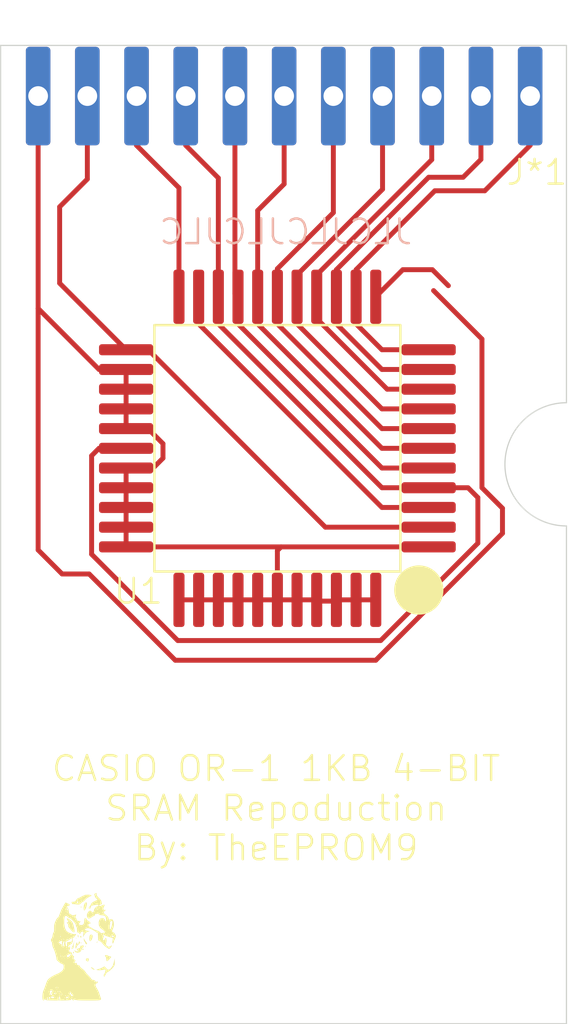
<source format=kicad_pcb>
(kicad_pcb (version 20241229) (generator "pcbnew") (generator_version "9.0")
  (layers (0 "F.Cu" signal) (2 "B.Cu" signal) (13 "F.Paste" user) (15 "B.Paste" user) (5 "F.SilkS" user "F.Silkscreen") (7 "B.SilkS" user "B.Silkscreen") (1 "F.Mask" user) (3 "B.Mask" user) (25 "Edge.Cuts" user))
  (net 0 "")
  (net 1 "Net-(J*1-OP)")
  (net 2 "Net-(J*1-VDD2)")
  (net 3 "Net-(J*1-VDD1)")
  (net 4 "Net-(J*1-CK2)")
  (net 5 "Net-(J*1-D1)")
  (net 6 "Net-(J*1-D2)")
  (net 7 "Net-(J*1-CK1)")
  (net 8 "Net-(J*1-CE)")
  (net 9 "Net-(J*1-INT{slash}GND)")
  (net 10 "Net-(J*1-D4)")
  (net 11 "Net-(J*1-D3)")
  (net 12 "unconnected-(U1-INT-Pad12)")
  (footprint "" (layer "F.Cu") (at 157.5 70.75)
    (property "Reference" "" (at 0 0 0) (layer "F.SilkS") (effects (font (size 1.27 1.27))))
    (property "Value" "")
    (pad "" np_thru_hole circle (at 0 0) (size 2.5 2.5) (drill 2.5) (layers "*.Cu" "*.Mask"))
  )
  (footprint "" (layer "F.Cu") (at 141.6 87.25)
    (property "Reference" "" (at 0 0 0) (layer "F.SilkS") (effects (font (size 1.27 1.27))))
    (property "Value" "")
    (pad "" np_thru_hole circle (at 0 0) (size 2.5 2.5) (drill 2.5) (layers "*.Cu" "*.Mask"))
  )
  (footprint "" (layer "F.Cu") (at 142.5 70.75)
    (property "Reference" "" (at 0 0 0) (layer "F.SilkS") (effects (font (size 1.27 1.27))))
    (property "Value" "")
    (pad "" np_thru_hole circle (at 0 0) (size 2.5 2.5) (drill 2.5) (layers "*.Cu" "*.Mask"))
  )
  (footprint "Custom_Reto_Chips:CASIO_OR-1_RAM_Pin_Header" (layer "F.Cu") (at 149.925 68.305)
    (property "Reference" "J*1" (at 10.275 0.095 0) (layer "F.SilkS") (effects (font (thickness 0.1))))
    (property "Value" "~")
    (pad "1" thru_hole roundrect (at -10 -3) (size 1 4) (drill 0.8) (layers "*.Cu" "*.Mask") (roundrect_rratio 0.15) (net 9 "Net-(J*1-INT{slash}GND)"))
    (pad "2" thru_hole roundrect (at -8 -3) (size 1 4) (drill 0.8) (layers "*.Cu" "*.Mask") (roundrect_rratio 0.15) (net 8 "Net-(J*1-CE)"))
    (pad "3" thru_hole roundrect (at -6 -3) (size 1 4) (drill 0.8) (layers "*.Cu" "*.Mask") (roundrect_rratio 0.15) (net 3 "Net-(J*1-VDD1)"))
    (pad "4" thru_hole roundrect (at -4 -3) (size 1 4) (drill 0.8) (layers "*.Cu" "*.Mask") (roundrect_rratio 0.15) (net 2 "Net-(J*1-VDD2)"))
    (pad "5" thru_hole roundrect (at -2 -3) (size 1 4) (drill 0.8) (layers "*.Cu" "*.Mask") (roundrect_rratio 0.15) (net 7 "Net-(J*1-CK1)"))
    (pad "6" thru_hole roundrect (at 0 -3) (size 1 4) (drill 0.8) (layers "*.Cu" "*.Mask") (roundrect_rratio 0.15) (net 4 "Net-(J*1-CK2)"))
    (pad "7" thru_hole roundrect (at 2 -3) (size 1 4) (drill 0.8) (layers "*.Cu" "*.Mask") (roundrect_rratio 0.15) (net 1 "Net-(J*1-OP)"))
    (pad "8" thru_hole roundrect (at 4 -3) (size 1 4) (drill 0.8) (layers "*.Cu" "*.Mask") (roundrect_rratio 0.15) (net 5 "Net-(J*1-D1)"))
    (pad "9" thru_hole roundrect (at 6 -3) (size 1 4) (drill 0.8) (layers "*.Cu" "*.Mask") (roundrect_rratio 0.15) (net 6 "Net-(J*1-D2)"))
    (pad "10" thru_hole roundrect (at 8 -3) (size 1 4) (drill 0.8) (layers "*.Cu" "*.Mask") (roundrect_rratio 0.15) (net 11 "Net-(J*1-D3)"))
    (pad "11" thru_hole roundrect (at 10 -3) (size 1 4) (drill 0.8) (layers "*.Cu" "*.Mask") (roundrect_rratio 0.15) (net 10 "Net-(J*1-D4)"))
  )
  (footprint "Custom_Reto_Chips:Lion_Logo" (layer "F.Cu") (at 141.6 99.8)
    (property "Reference" "G***" (hide yes))
    (property "Value" "LOGO" (hide yes))
    (fp_poly (pts (xy -0.115455 -0.3175) (xy -0.129887 -0.303068) (xy -0.144319 -0.3175) (xy -0.129887 -0.331932)) (fill yes) (layer "F.SilkS"))
    (fp_poly (pts (xy 0.076969 -0.149129) (xy 0.080424 -0.114875) (xy 0.076969 -0.110644) (xy 0.05981 -0.114606) (xy 0.057727 -0.129887) (xy 0.068288 -0.153645)) (fill yes) (layer "F.SilkS"))
    (fp_poly (pts (xy 0.077444 -1.607344) (xy 0.080885 -1.562234) (xy 0.075165 -1.552022) (xy 0.062046 -1.56063) (xy 0.060006 -1.589906) (xy 0.067055 -1.620704)) (fill yes) (layer "F.SilkS"))
    (fp_poly (pts (xy 0.250151 -0.004811) (xy 0.253606 0.029443) (xy 0.250151 0.033674) (xy 0.232992 0.029712) (xy 0.230909 0.014432) (xy 0.241469 -0.009327)) (fill yes) (layer "F.SilkS"))
    (fp_poly (pts (xy -0.230439 0.2312) (xy -0.213788 0.265791) (xy -0.21771 0.276199) (xy -0.245574 0.301792) (xy -0.259209 0.272642) (xy -0.259773 0.258069) (xy -0.245572 0.228341)) (fill yes) (layer "F.SilkS"))
    (fp_poly (pts (xy 0.083987 -0.383648) (xy 0.08045 -0.356805) (xy 0.064552 -0.335078) (xy 0.045689 -0.356922) (xy 0.035098 -0.399414) (xy 0.040405 -0.410822) (xy 0.068939 -0.415562)) (fill yes) (layer "F.SilkS"))
    (fp_poly (pts (xy -0.051437 -0.452641) (xy -0.03304 -0.4034) (xy -0.034807 -0.371078) (xy -0.04537 -0.346393) (xy -0.057538 -0.375312) (xy -0.062793 -0.399064) (xy -0.068001 -0.451981) (xy -0.052214 -0.453404)) (fill yes) (layer "F.SilkS"))
    (fp_poly (pts (xy 0.172343 0.122987) (xy 0.173181 0.129886) (xy 0.151217 0.157911) (xy 0.144318 0.15875) (xy 0.116293 0.136785) (xy 0.115454 0.129886) (xy 0.137419 0.101861) (xy 0.144318 0.101022)) (fill yes) (layer "F.SilkS"))
    (fp_poly (pts (xy 0.741399 -0.16897) (xy 0.736022 -0.15875) (xy 0.708827 -0.131185) (xy 0.703752 -0.129887) (xy 0.701782 -0.148531) (xy 0.707159 -0.15875) (xy 0.734354 -0.186315) (xy 0.739429 -0.187614)) (fill yes) (layer "F.SilkS"))
    (fp_poly (pts (xy 0.384977 0.530901) (xy 0.378073 0.5827) (xy 0.355876 0.62645) (xy 0.317082 0.621026) (xy 0.310284 0.617345) (xy 0.265874 0.571056) (xy 0.269672 0.521841) (xy 0.307894 0.492823) (xy 0.363177 0.489735)) (fill yes) (layer "F.SilkS"))
    (fp_poly (pts (xy 0.523571 0.871811) (xy 0.577272 0.909204) (xy 0.618862 0.949249) (xy 0.610515 0.964501) (xy 0.606136 0.964574) (xy 0.554495 0.944548) (xy 0.507279 0.907489) (xy 0.474225 0.865732) (xy 0.482344 0.853905)) (fill yes) (layer "F.SilkS"))
    (fp_poly (pts (xy 0.298555 -1.769028) (xy 0.309454 -1.715514) (xy 0.303728 -1.667462) (xy 0.279255 -1.571451) (xy 0.24811 -1.494482) (xy 0.216731 -1.449429) (xy 0.193473 -1.446944) (xy 0.176657 -1.495341) (xy 0.175017 -1.573739) (xy 0.18675 -1.656968) (xy 0.210053 -1.719855) (xy 0.213361 -1.724603) (xy 0.2646 -1.773274)) (fill yes) (layer "F.SilkS"))
    (fp_poly (pts (xy 0.505719 -0.46558) (xy 0.538818 -0.438062) (xy 0.54173 -0.381791) (xy 0.536852 -0.353522) (xy 0.510904 -0.273848) (xy 0.47463 -0.217992) (xy 0.438047 -0.19904) (xy 0.42402 -0.206169) (xy 0.408307 -0.252074) (xy 0.405562 -0.326579) (xy 0.415041 -0.402209) (xy 0.430483 -0.444377) (xy 0.476228 -0.470317)) (fill yes) (layer "F.SilkS"))
    (fp_poly (pts (xy -0.219846 -0.115455) (xy -0.22978 -0.024818) (xy -0.236713 0.04391) (xy -0.238364 0.063701) (xy -0.256958 0.099427) (xy -0.290944 0.115274) (xy -0.31561 0.102576) (xy -0.3175 0.091457) (xy -0.298767 0.038643) (xy -0.28801 0.02535) (xy -0.264257 -0.019386) (xy -0.23934 -0.097084) (xy -0.231007 -0.131956) (xy -0.203493 -0.259773)) (fill yes) (layer "F.SilkS"))
    (fp_poly (pts (xy 0.186731 -0.319065) (xy 0.20347 -0.279625) (xy 0.242961 -0.208052) (xy 0.273938 -0.169325) (xy 0.312 -0.116105) (xy 0.310109 -0.080131) (xy 0.285934 -0.072159) (xy 0.254016 -0.096256) (xy 0.239272 -0.129887) (xy 0.219092 -0.176613) (xy 0.204974 -0.187614) (xy 0.189573 -0.212594) (xy 0.181168 -0.266989) (xy 0.179298 -0.320303)) (fill yes) (layer "F.SilkS"))
    (fp_poly (pts (xy 1.156617 0.377399) (xy 1.168977 0.389659) (xy 1.209688 0.413906) (xy 1.242839 0.418522) (xy 1.28581 0.42301) (xy 1.292778 0.442939) (xy 1.261992 0.488009) (xy 1.221933 0.534227) (xy 1.156965 0.599091) (xy 1.117864 0.615179) (xy 1.099713 0.582549) (xy 1.096818 0.53568) (xy 1.08792 0.469023) (xy 1.067954 0.432954) (xy 1.040192 0.396053) (xy 1.039091 0.387955) (xy 1.061598 0.365795) (xy 1.110222 0.3624)) (fill yes) (layer "F.SilkS"))
    (fp_poly (pts (xy 0.028277 -0.169822) (xy 0.021725 -0.127777) (xy -0.014106 -0.078479) (xy -0.043296 -0.055073) (xy -0.095503 -0.003922) (xy -0.115455 0.046615) (xy -0.127407 0.091696) (xy -0.142504 0.101022) (xy -0.156011 0.07596) (xy -0.155818 0.013534) (xy -0.153177 -0.007216) (xy -0.136827 -0.080884) (xy -0.116248 -0.133953) (xy -0.09764 -0.155804) (xy -0.087205 -0.135823) (xy -0.086591 -0.121228) (xy -0.072625 -0.079248) (xy -0.057728 -0.072159) (xy -0.034276 -0.096334) (xy -0.028864 -0.129887) (xy -0.016777 -0.176789) (xy 0 -0.187614)) (fill yes) (layer "F.SilkS"))
    (fp_poly (pts (xy -0.454723 -1.113015) (xy -0.38352 -1.066828) (xy -0.31947 -1.013732) (xy -0.277086 -0.954549) (xy -0.244892 -0.86971) (xy -0.225405 -0.797201) (xy -0.198767 -0.666046) (xy -0.196065 -0.583567) (xy -0.216825 -0.551044) (xy -0.260575 -0.569764) (xy -0.296368 -0.604684) (xy -0.378031 -0.696637) (xy -0.426522 -0.756205) (xy -0.448315 -0.792965) (xy -0.449883 -0.816494) (xy -0.445612 -0.825486) (xy -0.448992 -0.866481) (xy -0.477896 -0.911024) (xy -0.511626 -0.951855) (xy -0.505423 -0.965579) (xy -0.477404 -0.966932) (xy -0.444561 -0.970926) (xy -0.44557 -0.993119) (xy -0.475237 -1.041596) (xy -0.508945 -1.105217) (xy -0.501684 -1.12914)) (fill yes) (layer "F.SilkS"))
    (fp_poly (pts (xy 0.167769 -0.019121) (xy 0.173181 0.014432) (xy 0.158482 0.057916) (xy 0.137102 0.064943) (xy 0.107931 0.084406) (xy 0.091745 0.1386) (xy 0.05965 0.210369) (xy -0.004869 0.257202) (xy -0.082384 0.272395) (xy -0.153468 0.249245) (xy -0.173761 0.230211) (xy -0.195717 0.186318) (xy -0.191727 0.167673) (xy -0.174647 0.171187) (xy -0.173182 0.182803) (xy -0.14774 0.20577) (xy -0.084104 0.214701) (xy -0.079375 0.214647) (xy -0.019257 0.212047) (xy -0.0122 0.204139) (xy -0.053537 0.185603) (xy -0.053806 0.185495) (xy -0.099625 0.158957) (xy -0.096063 0.127807) (xy -0.087776 0.116881) (xy -0.041252 0.088731) (xy -0.015883 0.090028) (xy 0.018861 0.076862) (xy 0.041717 0.024874) (xy 0.05972 -0.025998) (xy 0.079063 -0.025296) (xy 0.088132 -0.012927) (xy 0.1102 0.009973) (xy 0.115012 -0.007216) (xy 0.133688 -0.040762) (xy 0.144318 -0.043296)) (fill yes) (layer "F.SilkS"))
    (fp_poly (pts (xy 1.440762 0.643579) (xy 1.438923 0.731727) (xy 1.423495 0.793932) (xy 1.384763 0.852193) (xy 1.316476 0.924999) (xy 1.243868 0.992592) (xy 1.182441 1.039146) (xy 1.150085 1.053522) (xy 1.11457 1.077661) (xy 1.074303 1.137921) (xy 1.062855 1.161761) (xy 1.031329 1.226262) (xy 1.011134 1.242634) (xy 0.994371 1.217176) (xy 0.994131 1.216575) (xy 0.990656 1.16255) (xy 1.005586 1.142981) (xy 1.033249 1.102858) (xy 1.056182 1.032763) (xy 1.057356 1.02714) (xy 1.067105 0.963734) (xy 1.054629 0.943519) (xy 1.01094 0.953499) (xy 1.007279 0.954724) (xy 0.92762 0.972822) (xy 0.837711 0.981287) (xy 0.7581 0.979602) (xy 0.709339 0.967247) (xy 0.704333 0.96236) (xy 0.714798 0.942489) (xy 0.742648 0.938068) (xy 0.800611 0.925305) (xy 0.88155 0.893346) (xy 0.910317 0.879367) (xy 1.024659 0.820666) (xy 1.088217 0.893799) (xy 1.147663 0.950515) (xy 1.198728 0.960586) (xy 1.259412 0.92427) (xy 1.290526 0.896707) (xy 1.357544 0.799854) (xy 1.402302 0.658582) (xy 1.438343 0.490682)) (fill yes) (layer "F.SilkS"))
    (fp_poly (pts (xy 0.457756 -2.073597) (xy 0.49522 -2.060488) (xy 0.493378 -2.045169) (xy 0.4466 -2.019291) (xy 0.40949 -2.002022) (xy 0.321972 -1.951169) (xy 0.249282 -1.891184) (xy 0.236215 -1.876327) (xy 0.187958 -1.825815) (xy 0.150216 -1.803999) (xy 0.149475 -1.803978) (xy 0.111419 -1.783527) (xy 0.067038 -1.738545) (xy 0.025581 -1.698267) (xy -0.024923 -1.684161) (xy -0.107058 -1.69042) (xy -0.115455 -1.691595) (xy -0.197339 -1.700562) (xy -0.25316 -1.701728) (xy -0.263965 -1.699466) (xy -0.288299 -1.712337) (xy -0.300044 -1.734345) (xy -0.315518 -1.782208) (xy -0.313448 -1.784556) (xy -0.102975 -1.784556) (xy -0.080345 -1.752907) (xy -0.05693 -1.74625) (xy -0.042483 -1.767463) (xy -0.047226 -1.78938) (xy -0.074492 -1.818409) (xy 0 -1.818409) (xy 0.014431 -1.803978) (xy 0.028863 -1.818409) (xy 0.014431 -1.832841) (xy 0 -1.818409) (xy -0.074492 -1.818409) (xy -0.074617 -1.818542) (xy -0.090087 -1.816249) (xy -0.102975 -1.784556) (xy -0.313448 -1.784556) (xy -0.303287 -1.796082) (xy -0.281421 -1.796224) (xy -0.196697 -1.802694) (xy -0.14774 -1.836274) (xy -0.133469 -1.861705) (xy 0.086591 -1.861705) (xy 0.097151 -1.837947) (xy 0.105833 -1.842462) (xy 0.109287 -1.876717) (xy 0.105833 -1.880947) (xy 0.088674 -1.876985) (xy 0.086591 -1.861705) (xy -0.133469 -1.861705) (xy -0.129515 -1.868752) (xy -0.087078 -1.923243) (xy -0.047947 -1.943522) (xy 0.008846 -1.965609) (xy 0.085086 -2.008349) (xy 0.107615 -2.023065) (xy 0.244025 -2.082409) (xy 0.396542 -2.086383)) (fill yes) (layer "F.SilkS"))
    (fp_poly (pts (xy 0.704434 -2.138942) (xy 0.699073 -2.113764) (xy 0.707945 -2.057043) (xy 0.764187 -1.985288) (xy 0.789557 -1.961038) (xy 0.851037 -1.896668) (xy 0.888933 -1.841491) (xy 0.894772 -1.822242) (xy 0.904963 -1.757192) (xy 0.912292 -1.734179) (xy 0.910249 -1.697691) (xy 0.868997 -1.688523) (xy 0.819768 -1.67139) (xy 0.808181 -1.645695) (xy 0.81534 -1.62124) (xy 0.846037 -1.623567) (xy 0.908842 -1.650868) (xy 0.98984 -1.681384) (xy 1.026943 -1.675052) (xy 1.019728 -1.63212) (xy 0.999327 -1.596941) (xy 0.976329 -1.537082) (xy 0.980767 -1.486379) (xy 1.007598 -1.462346) (xy 1.035863 -1.470051) (xy 1.0648 -1.472301) (xy 1.067954 -1.462405) (xy 1.044942 -1.429319) (xy 1.024659 -1.418312) (xy 0.985101 -1.384047) (xy 0.998647 -1.335041) (xy 1.063803 -1.275303) (xy 1.082743 -1.262519) (xy 1.146149 -1.209613) (xy 1.181058 -1.157485) (xy 1.183409 -1.144659) (xy 1.196448 -1.082751) (xy 1.231066 -1.068715) (xy 1.25647 -1.083135) (xy 1.307622 -1.100519) (xy 1.351974 -1.072305) (xy 1.385647 -1.010551) (xy 1.404759 -0.927313) (xy 1.405431 -0.834648) (xy 1.383783 -0.744611) (xy 1.372982 -0.72111) (xy 1.334479 -0.62983) (xy 1.33559 -0.57796) (xy 1.371928 -0.562841) (xy 1.418063 -0.539167) (xy 1.434766 -0.51233) (xy 1.464919 -0.459284) (xy 1.481627 -0.44292) (xy 1.487726 -0.406262) (xy 1.465339 -0.332144) (xy 1.447652 -0.291701) (xy 1.411736 -0.209898) (xy 1.389268 -0.14835) (xy 1.385454 -0.130201) (xy 1.365684 -0.1019) (xy 1.359337 -0.101023) (xy 1.346321 -0.126229) (xy 1.345682 -0.189152) (xy 1.348375 -0.214011) (xy 1.36353 -0.326998) (xy 1.186878 -0.376564) (xy 1.095702 -0.405767) (xy 1.091587 -0.407531) (xy 1.298863 -0.407531) (xy 1.323137 -0.37767) (xy 1.356591 -0.368732) (xy 1.403374 -0.375066) (xy 1.414318 -0.388087) (xy 1.390321 -0.413568) (xy 1.356591 -0.426886) (xy 1.309447 -0.425661) (xy 1.298863 -0.407531) (xy 1.091587 -0.407531) (xy 1.031904 -0.433117) (xy 1.010227 -0.45119) (xy 0.999958 -0.461818) (xy 1.154545 -0.461818) (xy 1.168977 -0.447387) (xy 1.183409 -0.461818) (xy 1.168977 -0.47625) (xy 1.154545 -0.461818) (xy 0.999958 -0.461818) (xy 0.987497 -0.474715) (xy 0.97559 -0.47625) (xy 0.955885 -0.467011) (xy 0.97424 -0.442965) (xy 0.992281 -0.394552) (xy 0.97779 -0.354119) (xy 0.960989 -0.288774) (xy 0.965716 -0.252533) (xy 0.983444 -0.227058) (xy 1.009697 -0.245814) (xy 1.030536 -0.273837) (xy 1.077696 -0.341167) (xy 1.100865 -0.278535) (xy 1.108128 -0.202526) (xy 1.0941 -0.137171) (xy 1.079422 -0.073536) (xy 1.103666 -0.028183) (xy 1.127821 -0.006895) (xy 1.179446 0.026995) (xy 1.222792 0.021877) (xy 1.259601 0.000011) (xy 1.311432 -0.026448) (xy 1.323342 -0.013796) (xy 1.295029 0.035091) (xy 1.267034 0.070617) (xy 1.221659 0.111422) (xy 1.190225 0.115695) (xy 1.188619 0.113867) (xy 1.150009 0.081055) (xy 1.096818 0.04902) (xy 1.035489 0.002243) (xy 0.967733 -0.070394) (xy 0.945671 -0.099326) (xy 0.886387 -0.167157) (xy 0.832204 -0.203452) (xy 0.815784 -0.206119) (xy 0.781787 -0.215599) (xy 0.765902 -0.260076) (xy 0.762192 -0.3175) (xy 0.758166 -0.439336) (xy 0.751968 -0.512697) (xy 0.74197 -0.546836) (xy 0.726545 -0.551003) (xy 0.721591 -0.548409) (xy 0.694749 -0.546518) (xy 0.692626 -0.553922) (xy 0.669142 -0.578762) (xy 0.608092 -0.620124) (xy 0.534584 -0.662469) (xy 0.437944 -0.710255) (xy 0.370982 -0.729818) (xy 0.315742 -0.72555) (xy 0.298536 -0.720196) (xy 0.233897 -0.687684) (xy 0.22578 -0.657493) (xy 0.27298 -0.632206) (xy 0.346363 -0.617688) (xy 0.406812 -0.607125) (xy 0.420466 -0.598887) (xy 0.402391 -0.59604) (xy 0.303954 -0.568373) (xy 0.225136 -0.493832) (xy 0.188213 -0.432955) (xy 0.143025 -0.346364) (xy 0.161792 -0.469034) (xy 0.170598 -0.54596) (xy 0.162368 -0.581702) (xy 0.132217 -0.591512) (xy 0.12251 -0.591705) (xy 0.066954 -0.566019) (xy 0.0462 -0.526762) (xy 0.02987 -0.482551) (xy 0.011782 -0.490684) (xy -0.002236 -0.512937) (xy -0.037524 -0.547218) (xy -0.059502 -0.547313) (xy -0.079085 -0.560049) (xy -0.089939 -0.613672) (xy -0.090199 -0.618865) (xy -0.094764 -0.703359) (xy -0.101934 -0.748824) (xy -0.115434 -0.773949) (xy -0.122671 -0.781724) (xy -0.140545 -0.825806) (xy -0.144366 -0.863504) (xy -0.165274 -0.91596) (xy -0.217669 -0.985546) (xy -0.286148 -1.056524) (xy -0.355308 -1.113153) (xy -0.409745 -1.139694) (xy -0.415063 -1.140114) (xy -0.459957 -1.163403) (xy -0.472256 -1.183409) (xy -0.511555 -1.219652) (xy -0.544718 -1.226705) (xy -0.57879 -1.217231) (xy -0.59885 -1.17991) (xy -0.610939 -1.101391) (xy -0.613306 -1.075171) (xy -0.614801 -0.901544) (xy -0.590311 -0.753192) (xy -0.542428 -0.641081) (xy -0.499009 -0.59206) (xy -0.427673 -0.54931) (xy -0.338644 -0.513013) (xy -0.252142 -0.489536) (xy -0.188386 -0.485248) (xy -0.174511 -0.489861) (xy -0.137722 -0.486525) (xy -0.132047 -0.479746) (xy -0.139468 -0.448782) (xy -0.158916 -0.436885) (xy -0.196962 -0.397201) (xy -0.202046 -0.373045) (xy -0.21901 -0.33962) (xy -0.247229 -0.343094) (xy -0.27859 -0.345024) (xy -0.275154 -0.306134) (xy -0.273941 -0.302238) (xy -0.264916 -0.198441) (xy -0.300451 -0.109713) (xy -0.373744 -0.052713) (xy -0.376213 -0.051759) (xy -0.44181 -0.010461) (xy -0.461377 0.033572) (xy -0.455857 0.067327) (xy -0.436009 0.047237) (xy -0.43574 0.046813) (xy -0.401454 0.015111) (xy -0.377943 0.027664) (xy -0.37344 0.071056) (xy -0.390148 0.121089) (xy -0.415 0.192511) (xy -0.40463 0.233649) (xy -0.361536 0.235171) (xy -0.359808 0.234524) (xy -0.324923 0.247338) (xy -0.303236 0.302304) (xy -0.275918 0.367764) (xy -0.240327 0.402021) (xy -0.211625 0.425725) (xy -0.229035 0.459559) (xy -0.243494 0.4969) (xy -0.212851 0.535918) (xy -0.196206 0.548802) (xy -0.155033 0.589942) (xy -0.165966 0.611535) (xy -0.201361 0.643407) (xy -0.194506 0.677275) (xy -0.152692 0.688368) (xy -0.14389 0.686546) (xy -0.10225 0.684149) (xy -0.102822 0.715826) (xy -0.103682 0.718112) (xy -0.102854 0.754896) (xy -0.058114 0.764886) (xy -0.000853 0.785364) (xy 0.019423 0.815397) (xy 0.05198 0.863848) (xy 0.113502 0.916637) (xy 0.124135 0.923692) (xy 0.194358 0.980147) (xy 0.243965 1.040294) (xy 0.246719 1.045443) (xy 0.286604 1.103211) (xy 0.350999 1.17608) (xy 0.384646 1.209414) (xy 0.445733 1.27269) (xy 0.484056 1.323281) (xy 0.490681 1.340221) (xy 0.515398 1.363263) (xy 0.563771 1.371022) (xy 0.634519 1.394317) (xy 0.662964 1.435966) (xy 0.682705 1.471986) (xy 0.690897 1.464829) (xy 0.712269 1.431253) (xy 0.723707 1.42875) (xy 0.745846 1.451178) (xy 0.745355 1.47357) (xy 0.725229 1.5081) (xy 0.712344 1.509649) (xy 0.680825 1.523775) (xy 0.66144 1.549559) (xy 0.653815 1.600129) (xy 0.68427 1.670286) (xy 0.704996 1.702513) (xy 0.759677 1.79759) (xy 0.803274 1.897547) (xy 0.808604 1.913635) (xy 0.834349 1.995012) (xy 0.855221 2.057034) (xy 0.857677 2.06375) (xy 0.875761 2.113696) (xy 0.882529 2.150547) (xy 0.871097 2.176294) (xy 0.834583 2.192925) (xy 0.766103 2.20243) (xy 0.658774 2.206799) (xy 0.505713 2.20802) (xy 0.358377 2.208068) (xy 0.15802 2.206992) (xy 0.009614 2.203509) (xy -0.092579 2.197237) (xy -0.154302 2.187793) (xy -0.181293 2.174794) (xy -0.18293 2.171988) (xy -0.195971 2.150718) (xy -0.199767 2.171988) (xy -0.221141 2.203697) (xy -0.259866 2.203775) (xy -0.287033 2.175123) (xy -0.288637 2.163069) (xy -0.302838 2.133341) (xy -0.317971 2.1362) (xy -0.335988 2.168646) (xy -0.332803 2.177796) (xy -0.352669 2.188723) (xy -0.418102 2.197989) (xy -0.516944 2.204153) (xy -0.567016 2.205498) (xy -0.815732 2.209735) (xy -0.806739 2.164772) (xy -0.606137 2.164772) (xy -0.591705 2.179204) (xy -0.577273 2.164772) (xy -0.591705 2.150341) (xy -0.606137 2.164772) (xy -0.806739 2.164772) (xy -0.798247 2.122311) (xy -0.795915 2.089919) (xy -0.548409 2.089919) (xy -0.529469 2.11566) (xy -0.488492 2.11189) (xy -0.449243 2.084235) (xy -0.437869 2.06375) (xy -0.434055 2.035984) (xy -0.461401 2.051722) (xy -0.466996 2.056283) (xy -0.510918 2.077527) (xy -0.529417 2.07312) (xy -0.546659 2.076703) (xy -0.548409 2.089919) (xy -0.795915 2.089919) (xy -0.79381 2.06069) (xy -0.808248 2.034908) (xy -0.808904 2.034886) (xy -0.828648 2.059975) (xy -0.837043 2.120441) (xy -0.837046 2.121659) (xy -0.837046 2.208432) (xy -1.10965 2.205571) (xy -1.240107 2.20266) (xy -1.323508 2.195976) (xy -1.370493 2.183626) (xy -1.391703 2.163721) (xy -1.394938 2.154877) (xy -1.396486 2.150341) (xy -1.327728 2.150341) (xy -1.305763 2.178365) (xy -1.298864 2.179204) (xy -1.270839 2.15724) (xy -1.27 2.150341) (xy -1.291965 2.122316) (xy -1.298864 2.121477) (xy -1.326889 2.143441) (xy -1.327728 2.150341) (xy -1.396486 2.150341) (xy -1.405574 2.123701) (xy -1.410375 2.149022) (xy -1.41097 2.157557) (xy -1.434236 2.200395) (xy -1.457614 2.208068) (xy -1.483528 2.194014) (xy -1.496986 2.144595) (xy -1.498455 2.108749) (xy -1.241137 2.108749) (xy -1.227144 2.138624) (xy -1.212273 2.135909) (xy -1.184511 2.099008) (xy -1.183409 2.09091) (xy -1.198717 2.072566) (xy -1.154546 2.072566) (xy -1.129323 2.105634) (xy -1.081184 2.114261) (xy -1.029755 2.103635) (xy -1.018502 2.081789) (xy -1.049934 2.050676) (xy -1.100124 2.039671) (xy -1.142944 2.050546) (xy -1.154546 2.072566) (xy -1.198717 2.072566) (xy -1.205425 2.064527) (xy -1.212273 2.06375) (xy -1.237604 2.087244) (xy -1.241137 2.108749) (xy -1.498455 2.108749) (xy -1.500908 2.04892) (xy -1.500909 2.046555) (xy -1.49814 2.006022) (xy -0.577273 2.006022) (xy -0.566712 2.02978) (xy -0.558031 2.025265) (xy -0.554576 1.99101) (xy -0.558031 1.98678) (xy -0.57519 1.990742) (xy -0.577273 2.006022) (xy -1.49814 2.006022) (xy -1.49368 1.940751) (xy -1.47519 1.847091) (xy -1.473348 1.842197) (xy -1.20216 1.842197) (xy -1.194401 1.883352) (xy -1.171954 1.962461) (xy -1.150634 1.994665) (xy -1.123475 1.990214) (xy -1.122286 1.989492) (xy -1.111822 1.956272) (xy -1.125277 1.934352) (xy -1.129798 1.919432) (xy -1.024659 1.919432) (xy -1.02334 1.946071) (xy -1.013635 1.948295) (xy -0.750455 1.948295) (xy -0.739894 1.972053) (xy -0.731213 1.967538) (xy -0.727758 1.933283) (xy -0.731213 1.929053) (xy -0.748372 1.933015) (xy -0.750455 1.948295) (xy -1.013635 1.948295) (xy -0.972831 1.927232) (xy -0.96937 1.922656) (xy -0.404049 1.922656) (xy -0.382444 1.939877) (xy -0.349379 1.976571) (xy -0.346364 1.993996) (xy -0.323207 2.030163) (xy -0.303069 2.034886) (xy -0.264665 2.018821) (xy -0.259773 2.005117) (xy -0.282839 1.969968) (xy -0.303069 1.958733) (xy -0.34148 1.919164) (xy -0.346364 1.896139) (xy -0.352863 1.866308) (xy -0.380326 1.886173) (xy -0.382444 1.888403) (xy -0.404049 1.922656) (xy -0.96937 1.922656) (xy -0.966932 1.919432) (xy -0.968252 1.892792) (xy -0.977957 1.890568) (xy -1.018761 1.911631) (xy -1.024659 1.919432) (xy -1.129798 1.919432) (xy -1.138359 1.891178) (xy -1.110185 1.85033) (xy -1.105657 1.844867) (xy -0.834767 1.844867) (xy -0.82946 1.882304) (xy -0.819607 1.882751) (xy -0.812717 1.84412) (xy -0.817329 1.827429) (xy -0.830145 1.816496) (xy -0.834767 1.844867) (xy -1.105657 1.844867) (xy -1.082277 1.816656) (xy -1.10046 1.805103) (xy -1.138602 1.803977) (xy -1.190513 1.810555) (xy -1.20216 1.842197) (xy -1.473348 1.842197) (xy -1.460635 1.80843) (xy -1.429216 1.737415) (xy -1.410964 1.688522) (xy -0.923637 1.688522) (xy -0.913076 1.71228) (xy -0.904394 1.707765) (xy -0.90094 1.67351) (xy -0.904394 1.66928) (xy -0.921554 1.673242) (xy -0.923637 1.688522) (xy -1.410964 1.688522) (xy -1.392051 1.637861) (xy -1.369815 1.570994) (xy -1.333772 1.471769) (xy -1.295011 1.388173) (xy -1.272574 1.352504) (xy -1.212456 1.298404) (xy -1.119491 1.235309) (xy -1.0144 1.175737) (xy -0.917905 1.132206) (xy -0.895381 1.124636) (xy -0.826075 1.092487) (xy -0.745603 1.040281) (xy -0.729416 1.027832) (xy -0.664525 0.964082) (xy -0.63819 0.896321) (xy -0.635001 0.844261) (xy -0.641488 0.770058) (xy -0.66509 0.739216) (xy -0.685512 0.735889) (xy -0.726674 0.719186) (xy -0.78903 0.678453) (xy -0.854598 0.627555) (xy -0.905399 0.580358) (xy -0.923637 0.552247) (xy -0.933348 0.472267) (xy -0.942223 0.432954) (xy -0.721591 0.432954) (xy -0.707159 0.447386) (xy -0.692728 0.432954) (xy -0.606137 0.432954) (xy -0.591705 0.447386) (xy -0.577273 0.432954) (xy -0.591705 0.418522) (xy -0.606137 0.432954) (xy -0.692728 0.432954) (xy -0.707159 0.418522) (xy -0.721591 0.432954) (xy -0.942223 0.432954) (xy -0.951949 0.389873) (xy -0.505043 0.389873) (xy -0.500316 0.434665) (xy -0.484444 0.451538) (xy -0.445296 0.447024) (xy -0.396637 0.410467) (xy -0.357878 0.359779) (xy -0.347006 0.324716) (xy -0.368453 0.303677) (xy -0.375228 0.303068) (xy -0.403259 0.32437) (xy -0.404091 0.331026) (xy -0.424943 0.347634) (xy -0.443662 0.343799) (xy -0.482923 0.351035) (xy -0.505043 0.389873) (xy -0.951949 0.389873) (xy -0.955255 0.375227) (xy -0.779319 0.375227) (xy -0.764887 0.389659) (xy -0.750455 0.375227) (xy -0.764887 0.360795) (xy -0.779319 0.375227) (xy -0.955255 0.375227) (xy -0.958078 0.362724) (xy -0.991219 0.247579) (xy -1.026163 0.150794) (xy -1.036304 0.129886) (xy -0.461819 0.129886) (xy -0.451258 0.153644) (xy -0.442576 0.149128) (xy -0.439122 0.114874) (xy -0.442576 0.110644) (xy -0.459736 0.114606) (xy -0.461819 0.129886) (xy -1.036304 0.129886) (xy -1.045099 0.111754) (xy -1.084053 0.02418) (xy -1.092466 -0.013958) (xy -0.679055 -0.013958) (xy -0.670231 0.027436) (xy -0.669677 0.028036) (xy -0.651314 0.018313) (xy -0.631828 -0.03304) (xy -0.615976 -0.110224) (xy -0.613878 -0.130313) (xy -0.568313 -0.130313) (xy -0.565627 -0.118942) (xy -0.551916 -0.052788) (xy -0.548804 -0.021648) (xy -0.527962 0.011865) (xy -0.515938 0.014432) (xy -0.496109 -0.010444) (xy -0.500784 -0.072159) (xy -0.507 -0.133564) (xy -0.485192 -0.158334) (xy -0.453881 -0.163147) (xy -0.382896 -0.168067) (xy -0.348729 -0.170485) (xy -0.303444 -0.197325) (xy -0.292007 -0.257258) (xy -0.301184 -0.294132) (xy -0.318992 -0.321845) (xy -0.346918 -0.309249) (xy -0.376864 -0.279098) (xy -0.446242 -0.225767) (xy -0.508304 -0.198666) (xy -0.561194 -0.174324) (xy -0.568313 -0.130313) (xy -0.613878 -0.130313) (xy -0.609552 -0.171739) (xy -0.614206 -0.208081) (xy -0.630868 -0.200089) (xy -0.652326 -0.157862) (xy -0.671368 -0.0915) (xy -0.673076 -0.082783) (xy -0.679055 -0.013958) (xy -1.092466 -0.013958) (xy -1.102775 -0.060692) (xy -1.103085 -0.07415) (xy -1.109744 -0.139795) (xy -1.114298 -0.148604) (xy -0.842398 -0.148604) (xy -0.774779 -0.096592) (xy -0.726235 -0.059555) (xy -0.704994 -0.043938) (xy -0.704104 -0.06881) (xy -0.704789 -0.130491) (xy -0.704994 -0.140145) (xy -0.708986 -0.204041) (xy -0.72549 -0.219948) (xy -0.767409 -0.197601) (xy -0.774779 -0.192799) (xy -0.842398 -0.148604) (xy -1.114298 -0.148604) (xy -1.127627 -0.174384) (xy -1.148997 -0.210013) (xy -1.153331 -0.259773) (xy -0.663864 -0.259773) (xy -0.649432 -0.245341) (xy -0.635 -0.259773) (xy -0.649432 -0.274205) (xy -0.663864 -0.259773) (xy -1.153331 -0.259773) (xy -1.153434 -0.260953) (xy -1.14827 -0.275908) (xy -0.490682 -0.275908) (xy -0.46973 -0.246516) (xy -0.461819 -0.245341) (xy -0.433705 -0.255189) (xy -0.432955 -0.25807) (xy -0.453181 -0.282712) (xy -0.461819 -0.288637) (xy -0.488416 -0.286348) (xy -0.490682 -0.275908) (xy -1.14827 -0.275908) (xy -1.140522 -0.298343) (xy -1.129483 -0.303068) (xy -1.110721 -0.328706) (xy -1.094164 -0.389659) (xy -0.779319 -0.389659) (xy -0.768758 -0.365901) (xy -0.760076 -0.370417) (xy -0.756622 -0.404671) (xy -0.760076 -0.408902) (xy -0.777236 -0.40494) (xy -0.779319 -0.389659) (xy -1.094164 -0.389659) (xy -1.093212 -0.393164) (xy -1.088049 -0.425118) (xy -1.072108 -0.502222) (xy -1.051633 -0.55011) (xy -1.044218 -0.556322) (xy -1.030573 -0.587701) (xy -1.025409 -0.658173) (xy -1.027377 -0.714293) (xy -1.025052 -0.836787) (xy -0.994251 -0.953556) (xy -0.967022 -1.018141) (xy -0.925729 -1.098019) (xy -0.890435 -1.148316) (xy -0.871977 -1.158296) (xy -0.851355 -1.175004) (xy -0.822905 -1.233611) (xy -0.800153 -1.298504) (xy -0.75353 -1.414318) (xy -0.519546 -1.414318) (xy -0.505114 -1.399887) (xy -0.490682 -1.414318) (xy -0.505114 -1.42875) (xy -0.519546 -1.414318) (xy -0.75353 -1.414318) (xy -0.731165 -1.469875) (xy -0.713398 -1.502613) (xy -0.519546 -1.502613) (xy -0.504476 -1.463121) (xy -0.490682 -1.457614) (xy -0.462645 -1.47833) (xy -0.461819 -1.484774) (xy -0.4828 -1.523865) (xy -0.490682 -1.529773) (xy -0.515392 -1.52323) (xy -0.519546 -1.502613) (xy -0.713398 -1.502613) (xy -0.619656 -1.675341) (xy -0.562451 -1.768023) (xy -0.536559 -1.761362) (xy -0.478367 -1.735607) (xy -0.462042 -1.727604) (xy -0.401952 -1.694529) (xy -0.38788 -1.671634) (xy -0.413078 -1.645682) (xy -0.418313 -1.641812) (xy -0.469243 -1.617619) (xy -0.494934 -1.618992) (xy -0.518404 -1.623652) (xy -0.510577 -1.597154) (xy -0.47625 -1.554513) (xy -0.446253 -1.496748) (xy -0.43299 -1.41626) (xy -0.432955 -1.412257) (xy -0.422237 -1.337014) (xy -0.393194 -1.313296) (xy -0.342198 -1.292947) (xy -0.318799 -1.271565) (xy -0.273796 -1.244854) (xy -0.212363 -1.257133) (xy -0.146513 -1.279761) (xy -0.124725 -1.275336) (xy -0.137823 -1.239124) (xy -0.146283 -1.223034) (xy -0.164577 -1.169275) (xy -0.144833 -1.140432) (xy -0.11488 -1.109947) (xy -0.11299 -1.100807) (xy -0.11007 -1.0508) (xy -0.073639 -1.027035) (xy -0.023387 -1.019272) (xy 0.037175 -1.010659) (xy 0.048128 -0.994492) (xy 0.018068 -0.959938) (xy -0.016194 -0.905255) (xy 0.003008 -0.867574) (xy 0.072721 -0.851691) (xy 0.084928 -0.851478) (xy 0.147885 -0.866722) (xy 0.18482 -0.918014) (xy 0.200383 -1.013691) (xy 0.201651 -1.060739) (xy 0.215882 -1.124077) (xy 0.245341 -1.140114) (xy 0.283625 -1.117817) (xy 0.288636 -1.098393) (xy 0.312148 -1.057029) (xy 0.36588 -1.019018) (xy 0.426583 -0.978984) (xy 0.455389 -0.939739) (xy 0.445946 -0.913572) (xy 0.422631 -0.909205) (xy 0.369548 -0.890536) (xy 0.361167 -0.845947) (xy 0.385757 -0.807961) (xy 0.428854 -0.772941) (xy 0.448084 -0.764887) (xy 0.482254 -0.749639) (xy 0.54121 -0.712175) (xy 0.552126 -0.704513) (xy 0.632628 -0.660235) (xy 0.710922 -0.636049) (xy 0.7138 -0.635699) (xy 0.78935 -0.607143) (xy 0.843882 -0.561566) (xy 0.891224 -0.518594) (xy 0.927022 -0.525855) (xy 0.928305 -0.527102) (xy 0.97912 -0.546576) (xy 0.999312 -0.543066) (xy 1.03756 -0.539486) (xy 1.041822 -0.564015) (xy 1.018491 -0.603507) (xy 0.973961 -0.644819) (xy 0.940077 -0.664845) (xy 0.846685 -0.738336) (xy 0.818384 -0.793818) (xy 1.231368 -0.793818) (xy 1.231699 -0.786537) (xy 1.236027 -0.713418) (xy 1.241965 -0.683784) (xy 1.254844 -0.683512) (xy 1.267664 -0.691284) (xy 1.288316 -0.726815) (xy 1.312347 -0.799975) (xy 1.325989 -0.855949) (xy 1.34424 -0.955031) (xy 1.343597 -1.007821) (xy 1.321553 -1.023378) (xy 1.282402 -1.013443) (xy 1.247596 -0.974465) (xy 1.249591 -0.937718) (xy 1.253969 -0.891743) (xy 1.24565 -0.880343) (xy 1.234108 -0.855166) (xy 1.231368 -0.793818) (xy 0.818384 -0.793818) (xy 0.79323 -0.843129) (xy 0.78424 -0.964934) (xy 0.812814 -1.066597) (xy 0.860531 -1.120677) (xy 0.925487 -1.140251) (xy 0.988733 -1.127154) (xy 1.031321 -1.083224) (xy 1.039091 -1.044662) (xy 1.046011 -1.004772) (xy 1.071046 -1.016222) (xy 1.072486 -1.017645) (xy 1.091583 -1.069287) (xy 1.078764 -1.146089) (xy 1.057185 -1.204397) (xy 1.023735 -1.233928) (xy 0.959731 -1.246563) (xy 0.915483 -1.249934) (xy 0.828691 -1.260605) (xy 0.787343 -1.281347) (xy 0.778876 -1.307661) (xy 0.772532 -1.337809) (xy 0.75492 -1.319534) (xy 0.71203 -1.296795) (xy 0.683203 -1.300974) (xy 0.642896 -1.300479) (xy 0.635 -1.273088) (xy 0.618996 -1.232758) (xy 0.603473 -1.226705) (xy 0.560447 -1.210185) (xy 0.500259 -1.17031) (xy 0.498557 -1.168978) (xy 0.418451 -1.120165) (xy 0.361487 -1.121594) (xy 0.321429 -1.173816) (xy 0.316883 -1.185032) (xy 0.305552 -1.267685) (xy 0.330962 -1.340284) (xy 0.386114 -1.416958) (xy 0.441951 -1.439115) (xy 0.494622 -1.405483) (xy 0.50131 -1.396558) (xy 0.542149 -1.36156) (xy 0.575023 -1.383011) (xy 0.598916 -1.460053) (xy 0.602528 -1.482061) (xy 0.613006 -1.503315) (xy 0.666142 -1.503315) (xy 0.671449 -1.465878) (xy 0.681302 -1.465431) (xy 0.688192 -1.504062) (xy 0.68358 -1.520753) (xy 0.670764 -1.531686) (xy 0.666142 -1.503315) (xy 0.613006 -1.503315) (xy 0.625739 -1.529143) (xy 0.639482 -1.544205) (xy 0.750454 -1.544205) (xy 0.761015 -1.520447) (xy 0.769697 -1.524962) (xy 0.773151 -1.559217) (xy 0.769697 -1.563447) (xy 0.752537 -1.559485) (xy 0.750454 -1.544205) (xy 0.639482 -1.544205) (xy 0.670935 -1.578678) (xy 0.719178 -1.613172) (xy 0.748922 -1.617311) (xy 0.7744 -1.623565) (xy 0.779318 -1.646736) (xy 0.769554 -1.676951) (xy 0.730457 -1.683856) (xy 0.671079 -1.675765) (xy 0.561851 -1.653992) (xy 0.498328 -1.632987) (xy 0.468866 -1.606926) (xy 0.461818 -1.571123) (xy 0.443259 -1.52541) (xy 0.418522 -1.515341) (xy 0.379546 -1.53079) (xy 0.386941 -1.569083) (xy 0.41569 -1.599582) (xy 0.455008 -1.653764) (xy 0.472999 -1.700278) (xy 0.516754 -1.763252) (xy 0.616298 -1.822071) (xy 0.624819 -1.825819) (xy 0.702449 -1.860974) (xy 0.733926 -1.883592) (xy 0.726411 -1.903281) (xy 0.697397 -1.923214) (xy 0.649602 -1.969219) (xy 0.635 -2.007193) (xy 0.618748 -2.064535) (xy 0.607584 -2.079625) (xy 0.607075 -2.110988) (xy 0.646987 -2.138573) (xy 0.694344 -2.156239)) (fill yes) (layer "F.SilkS"))
  )
  (footprint "Custom_Reto_Chips:HD61914" (layer "F.Cu") (at 150.15 91.1)
    (property "Reference" "U1" (at -6.15 -5.7 0) (layer "F.SilkS") (effects (font (thickness 0.1))))
    (property "Value" "~")
    (fp_rect (start -5.5 -16.5) (end 4.5 -6.5) (stroke (width 0.1)) (fill no) (layer "F.SilkS"))
    (fp_circle (center 5.25 -5.75) (end 5.75 -5.75) (stroke (width 1)) (fill no) (layer "F.SilkS"))
    (pad "1" smd roundrect (at 5.65 -7.5) (size 2.2 0.45) (layers "F.Cu" "F.Mask" "F.Paste") (net 9 "Net-(J*1-INT{slash}GND)"))
    (pad "2" smd roundrect (at 5.65 -8.3) (size 2.2 0.45) (layers "F.Cu" "F.Mask" "F.Paste") (net 8 "Net-(J*1-CE)"))
    (pad "3" smd roundrect (at 5.65 -9.1) (size 2.2 0.45) (layers "F.Cu" "F.Mask" "F.Paste") (net 3 "Net-(J*1-VDD1)"))
    (pad "4" smd roundrect (at 5.65 -9.9) (size 2.2 0.45) (layers "F.Cu" "F.Mask" "F.Paste") (net 2 "Net-(J*1-VDD2)"))
    (pad "5" smd roundrect (at 5.65 -10.7) (size 2.2 0.45) (layers "F.Cu" "F.Mask" "F.Paste") (net 7 "Net-(J*1-CK1)"))
    (pad "6" smd roundrect (at 5.65 -11.5) (size 2.2 0.45) (layers "F.Cu" "F.Mask" "F.Paste") (net 4 "Net-(J*1-CK2)"))
    (pad "7" smd roundrect (at 5.65 -12.3) (size 2.2 0.45) (layers "F.Cu" "F.Mask" "F.Paste") (net 1 "Net-(J*1-OP)"))
    (pad "8" smd roundrect (at 5.65 -13.1) (size 2.2 0.45) (layers "F.Cu" "F.Mask" "F.Paste") (net 5 "Net-(J*1-D1)"))
    (pad "9" smd roundrect (at 5.65 -13.9) (size 2.2 0.45) (layers "F.Cu" "F.Mask" "F.Paste") (net 6 "Net-(J*1-D2)"))
    (pad "10" smd roundrect (at 5.65 -14.7) (size 2.2 0.45) (layers "F.Cu" "F.Mask" "F.Paste") (net 11 "Net-(J*1-D3)"))
    (pad "11" smd roundrect (at 5.65 -15.5) (size 2.2 0.45) (layers "F.Cu" "F.Mask" "F.Paste") (net 10 "Net-(J*1-D4)"))
    (pad "12" smd roundrect (at 3.5 -17.65) (size 0.45 2.2) (layers "F.Cu" "F.Mask" "F.Paste") (net 12 "unconnected-(U1-INT-Pad12)"))
    (pad "13" smd roundrect (at 2.7 -17.65) (size 0.45 2.2) (layers "F.Cu" "F.Mask" "F.Paste") (net 10 "Net-(J*1-D4)"))
    (pad "14" smd roundrect (at 1.9 -17.65) (size 0.45 2.2) (layers "F.Cu" "F.Mask" "F.Paste") (net 11 "Net-(J*1-D3)"))
    (pad "15" smd roundrect (at 1.1 -17.65) (size 0.45 2.2) (layers "F.Cu" "F.Mask" "F.Paste") (net 6 "Net-(J*1-D2)"))
    (pad "16" smd roundrect (at 0.3 -17.65) (size 0.45 2.2) (layers "F.Cu" "F.Mask" "F.Paste") (net 5 "Net-(J*1-D1)"))
    (pad "17" smd roundrect (at -0.5 -17.65) (size 0.45 2.2) (layers "F.Cu" "F.Mask" "F.Paste") (net 1 "Net-(J*1-OP)"))
    (pad "18" smd roundrect (at -1.3 -17.65) (size 0.45 2.2) (layers "F.Cu" "F.Mask" "F.Paste") (net 4 "Net-(J*1-CK2)"))
    (pad "19" smd roundrect (at -2.1 -17.65) (size 0.45 2.2) (layers "F.Cu" "F.Mask" "F.Paste") (net 7 "Net-(J*1-CK1)"))
    (pad "20" smd roundrect (at -2.9 -17.65) (size 0.45 2.2) (layers "F.Cu" "F.Mask" "F.Paste") (net 2 "Net-(J*1-VDD2)"))
    (pad "21" smd roundrect (at -3.7 -17.65) (size 0.45 2.2) (layers "F.Cu" "F.Mask" "F.Paste") (net 3 "Net-(J*1-VDD1)"))
    (pad "22" smd roundrect (at -4.5 -17.65) (size 0.45 2.2) (layers "F.Cu" "F.Mask" "F.Paste") (net 3 "Net-(J*1-VDD1)"))
    (pad "23" smd roundrect (at -6.65 -15.5) (size 2.2 0.45) (layers "F.Cu" "F.Mask" "F.Paste") (net 8 "Net-(J*1-CE)"))
    (pad "24" smd roundrect (at -6.65 -14.7) (size 2.2 0.45) (layers "F.Cu" "F.Mask" "F.Paste") (net 9 "Net-(J*1-INT{slash}GND)"))
    (pad "25" smd roundrect (at -6.65 -13.9) (size 2.2 0.45) (layers "F.Cu" "F.Mask" "F.Paste") (net 9 "Net-(J*1-INT{slash}GND)"))
    (pad "26" smd roundrect (at -6.65 -13.1) (size 2.2 0.45) (layers "F.Cu" "F.Mask" "F.Paste") (net 9 "Net-(J*1-INT{slash}GND)"))
    (pad "27" smd roundrect (at -6.65 -12.3) (size 2.2 0.45) (layers "F.Cu" "F.Mask" "F.Paste") (net 9 "Net-(J*1-INT{slash}GND)"))
    (pad "28" smd roundrect (at -6.65 -11.5) (size 2.2 0.45) (layers "F.Cu" "F.Mask" "F.Paste") (net 2 "Net-(J*1-VDD2)"))
    (pad "29" smd roundrect (at -6.65 -10.7) (size 2.2 0.45) (layers "F.Cu" "F.Mask" "F.Paste") (net 9 "Net-(J*1-INT{slash}GND)"))
    (pad "30" smd roundrect (at -6.65 -9.9) (size 2.2 0.45) (layers "F.Cu" "F.Mask" "F.Paste") (net 9 "Net-(J*1-INT{slash}GND)"))
    (pad "31" smd roundrect (at -6.65 -9.1) (size 2.2 0.45) (layers "F.Cu" "F.Mask" "F.Paste") (net 9 "Net-(J*1-INT{slash}GND)"))
    (pad "32" smd roundrect (at -6.65 -8.3) (size 2.2 0.45) (layers "F.Cu" "F.Mask" "F.Paste") (net 9 "Net-(J*1-INT{slash}GND)"))
    (pad "33" smd roundrect (at -6.65 -7.5) (size 2.2 0.45) (layers "F.Cu" "F.Mask" "F.Paste") (net 9 "Net-(J*1-INT{slash}GND)"))
    (pad "34" smd roundrect (at -4.5 -5.35) (size 0.45 2.2) (layers "F.Cu" "F.Mask" "F.Paste") (net 9 "Net-(J*1-INT{slash}GND)"))
    (pad "35" smd roundrect (at -3.7 -5.35) (size 0.45 2.2) (layers "F.Cu" "F.Mask" "F.Paste") (net 9 "Net-(J*1-INT{slash}GND)"))
    (pad "36" smd roundrect (at -2.9 -5.35) (size 0.45 2.2) (layers "F.Cu" "F.Mask" "F.Paste") (net 9 "Net-(J*1-INT{slash}GND)"))
    (pad "37" smd roundrect (at -2.1 -5.35) (size 0.45 2.2) (layers "F.Cu" "F.Mask" "F.Paste") (net 9 "Net-(J*1-INT{slash}GND)"))
    (pad "38" smd roundrect (at -1.3 -5.35) (size 0.45 2.2) (layers "F.Cu" "F.Mask" "F.Paste") (net 9 "Net-(J*1-INT{slash}GND)"))
    (pad "39" smd roundrect (at -0.5 -5.35) (size 0.45 2.2) (layers "F.Cu" "F.Mask" "F.Paste") (net 9 "Net-(J*1-INT{slash}GND)"))
    (pad "40" smd roundrect (at 0.3 -5.35) (size 0.45 2.2) (layers "F.Cu" "F.Mask" "F.Paste") (net 9 "Net-(J*1-INT{slash}GND)"))
    (pad "41" smd roundrect (at 1.1 -5.35) (size 0.45 2.2) (layers "F.Cu" "F.Mask" "F.Paste") (net 9 "Net-(J*1-INT{slash}GND)"))
    (pad "42" smd roundrect (at 1.9 -5.35) (size 0.45 2.2) (layers "F.Cu" "F.Mask" "F.Paste"))
    (pad "43" smd roundrect (at 2.7 -5.35) (size 0.45 2.2) (layers "F.Cu" "F.Mask" "F.Paste"))
    (pad "44" smd roundrect (at 3.5 -5.35) (size 0.45 2.2) (layers "F.Cu" "F.Mask" "F.Paste"))
  )
  (footprint "" (layer "F.Cu") (at 157.6 87.25)
    (property "Reference" "" (at 0 0 0) (layer "F.SilkS") (effects (font (size 1.27 1.27))))
    (property "Value" "")
    (pad "" np_thru_hole circle (at 0 0) (size 2.5 2.5) (drill 2.5) (layers "*.Cu" "*.Mask"))
  )
  (gr_line (start 151.2 85.8) (end 152 85.8) (stroke (width 0.2)) (layer "F.Cu") (net 9))
  (gr_arc (start 161.4 82.75) (mid 158.9 80.25) (end 161.4 77.75) (stroke (width 0.05)) (layer "Edge.Cuts"))
  (gr_line (start 161.4 63.25) (end 138.4 63.25) (stroke (width 0.05)) (layer "Edge.Cuts"))
  (gr_line (start 138.4 63.25) (end 138.4 102.95) (stroke (width 0.05)) (layer "Edge.Cuts"))
  (gr_line (start 161.4 63.25) (end 161.4 77.75) (stroke (width 0.05)) (layer "Edge.Cuts"))
  (gr_line (start 161.4 102.95) (end 161.4 82.75) (stroke (width 0.05)) (layer "Edge.Cuts"))
  (gr_line (start 138.4 102.95) (end 161.4 102.95) (stroke (width 0.05)) (layer "Edge.Cuts"))
  (gr_text "CASIO OR-1 1KB 4-BIT\nSRAM Repoduction\nBy: TheEPROM9" (at 149.6 96.4 0) (layer "F.SilkS") (effects (font (size 1 1) (thickness 0.1)) (justify bottom)))
  (gr_text "JLCJLCJLCJLC" (at 155.2 71.4 0) (layer "B.SilkS") (effects (font (size 1 1) (thickness 0.1)) (justify left bottom mirror)))
  (segment (start 149.65 73.45) (end 149.65 74.549999) (width 0.2) (layer "F.Cu") (net 1))
  (segment (start 153.900001 78.8) (end 155.8 78.8) (width 0.2) (layer "F.Cu") (net 1))
  (segment (start 151.925 70.037106) (end 149.65 72.312106) (width 0.2) (layer "F.Cu") (net 1))
  (segment (start 149.65 74.549999) (end 153.900001 78.8) (width 0.2) (layer "F.Cu") (net 1))
  (segment (start 151.925 65.305) (end 151.925 70.037106) (width 0.2) (layer "F.Cu") (net 1))
  (segment (start 149.65 72.312106) (end 149.65 73.45) (width 0.2) (layer "F.Cu") (net 1))
  (segment (start 145.925 65.305) (end 145.925 67.304999) (width 0.2) (layer "F.Cu") (net 2))
  (segment (start 142.400001 79.6) (end 142.099 79.901001) (width 0.2) (layer "F.Cu") (net 2))
  (segment (start 147.25 74.549999) (end 153.900001 81.2) (width 0.2) (layer "F.Cu") (net 2))
  (segment (start 145.925 67.304999) (end 147.25 68.629999) (width 0.2) (layer "F.Cu") (net 2))
  (segment (start 157.8 83.45) (end 157.8 81.6) (width 0.2) (layer "F.Cu") (net 2))
  (segment (start 157.8 81.6) (end 157.4 81.2) (width 0.2) (layer "F.Cu") (net 2))
  (segment (start 142.099 79.901001) (end 142.099 83.899) (width 0.2) (layer "F.Cu") (net 2))
  (segment (start 153.85 87.4) (end 157.8 83.45) (width 0.2) (layer "F.Cu") (net 2))
  (segment (start 145.6 87.4) (end 153.85 87.4) (width 0.2) (layer "F.Cu") (net 2))
  (segment (start 142.099 83.899) (end 145.6 87.4) (width 0.2) (layer "F.Cu") (net 2))
  (segment (start 147.25 68.629999) (end 147.25 73.45) (width 0.2) (layer "F.Cu") (net 2))
  (segment (start 147.25 73.45) (end 147.25 74.549999) (width 0.2) (layer "F.Cu") (net 2))
  (segment (start 153.900001 81.2) (end 155.8 81.2) (width 0.2) (layer "F.Cu") (net 2))
  (segment (start 157.4 81.2) (end 155.8 81.2) (width 0.2) (layer "F.Cu") (net 2))
  (segment (start 143.5 79.6) (end 142.400001 79.6) (width 0.2) (layer "F.Cu") (net 2))
  (segment (start 153.900001 82) (end 155.8 82) (width 0.2) (layer "F.Cu") (net 3))
  (segment (start 145.65 69.029999) (end 145.65 73.45) (width 0.2) (layer "F.Cu") (net 3))
  (segment (start 146.45 74.549999) (end 153.900001 82) (width 0.2) (layer "F.Cu") (net 3))
  (segment (start 146.45 73.45) (end 146.45 74.549999) (width 0.2) (layer "F.Cu") (net 3))
  (segment (start 143.925 67.304999) (end 145.65 69.029999) (width 0.2) (layer "F.Cu") (net 3))
  (segment (start 143.925 65.305) (end 143.925 67.304999) (width 0.2) (layer "F.Cu") (net 3))
  (segment (start 148.85 73.45) (end 148.85 69.95) (width 0.2) (layer "F.Cu") (net 4))
  (segment (start 148.85 69.95) (end 149.925 68.875) (width 0.2) (layer "F.Cu") (net 4))
  (segment (start 148.85 73.45) (end 148.85 74.549999) (width 0.2) (layer "F.Cu") (net 4))
  (segment (start 149.925 68.875) (end 149.925 65.305) (width 0.2) (layer "F.Cu") (net 4))
  (segment (start 153.900001 79.6) (end 155.8 79.6) (width 0.2) (layer "F.Cu") (net 4))
  (segment (start 148.85 74.549999) (end 153.900001 79.6) (width 0.2) (layer "F.Cu") (net 4))
  (segment (start 153.925 65.305) (end 153.925 69.087106) (width 0.2) (layer "F.Cu") (net 5))
  (segment (start 150.45 73.45) (end 150.45 74.549999) (width 0.2) (layer "F.Cu") (net 5))
  (segment (start 153.900001 78) (end 155.8 78) (width 0.2) (layer "F.Cu") (net 5))
  (segment (start 153.925 69.087106) (end 150.45 72.562106) (width 0.2) (layer "F.Cu") (net 5))
  (segment (start 150.45 74.549999) (end 153.900001 78) (width 0.2) (layer "F.Cu") (net 5))
  (segment (start 150.45 72.562106) (end 150.45 73.45) (width 0.2) (layer "F.Cu") (net 5))
  (segment (start 151.25 73.45) (end 151.25 74.337894) (width 0.2) (layer "F.Cu") (net 6))
  (segment (start 155.925 67.887106) (end 151.25 72.562106) (width 0.2) (layer "F.Cu") (net 6))
  (segment (start 154.112106 77.2) (end 155.8 77.2) (width 0.2) (layer "F.Cu") (net 6))
  (segment (start 151.25 72.562106) (end 151.25 73.45) (width 0.2) (layer "F.Cu") (net 6))
  (segment (start 155.925 65.305) (end 155.925 67.887106) (width 0.2) (layer "F.Cu") (net 6))
  (segment (start 151.25 74.337894) (end 154.112106 77.2) (width 0.2) (layer "F.Cu") (net 6))
  (segment (start 153.900001 80.4) (end 155.8 80.4) (width 0.2) (layer "F.Cu") (net 7))
  (segment (start 148.05 74.549999) (end 153.900001 80.4) (width 0.2) (layer "F.Cu") (net 7))
  (segment (start 148.05 73.45) (end 148.05 74.549999) (width 0.2) (layer "F.Cu") (net 7))
  (segment (start 147.925 73.325) (end 148.05 73.45) (width 0.2) (layer "F.Cu") (net 7))
  (segment (start 147.925 65.305) (end 147.925 73.325) (width 0.2) (layer "F.Cu") (net 7))
  (segment (start 140.8 72.9) (end 143.5 75.6) (width 0.2) (layer "F.Cu") (net 8))
  (segment (start 143.5 75.6) (end 144.4 75.6) (width 0.2) (layer "F.Cu") (net 8))
  (segment (start 151.6 82.8) (end 155.8 82.8) (width 0.2) (layer "F.Cu") (net 8))
  (segment (start 144.4 75.6) (end 151.6 82.8) (width 0.2) (layer "F.Cu") (net 8))
  (segment (start 141.925 68.675) (end 140.8 69.8) (width 0.2) (layer "F.Cu") (net 8))
  (segment (start 141.925 65.305) (end 141.925 68.675) (width 0.2) (layer "F.Cu") (net 8))
  (segment (start 140.8 69.8) (end 140.8 72.9) (width 0.2) (layer "F.Cu") (net 8))
  (segment (start 153.65 85.75) (end 152.05 85.75) (width 0.2) (layer "F.Cu") (net 9))
  (segment (start 157.9661 81.199) (end 157.9661 75.1661) (width 0.2) (layer "F.Cu") (net 9))
  (segment (start 149.65 85.75) (end 149.65 83.75) (width 0.2) (layer "F.Cu") (net 9))
  (segment (start 144.387894 78.8) (end 145 79.412106) (width 0.2) (layer "F.Cu") (net 9))
  (segment (start 139.925 73.924999) (end 139.925 83.725) (width 0.2) (layer "F.Cu") (net 9))
  (segment (start 140.9 84.7) (end 139.925 83.725) (width 0.2) (layer "F.Cu") (net 9))
  (segment (start 157.9661 75.1661) (end 156 73.2) (width 0.2) (layer "F.Cu") (net 9))
  (segment (start 158.8 82.0329) (end 158.8 83.05) (width 0.2) (layer "F.Cu") (net 9))
  (segment (start 143.5 80.4) (end 143.5 83.6) (width 0.2) (layer "F.Cu") (net 9))
  (segment (start 149.8 83.6) (end 155.8 83.6) (width 0.2) (layer "F.Cu") (net 9))
  (segment (start 158.8 83.05) (end 153.65 88.2) (width 0.2) (layer "F.Cu") (net 9))
  (segment (start 142 84.7) (end 140.9 84.7) (width 0.2) (layer "F.Cu") (net 9))
  (segment (start 145 79.412106) (end 145 79.999999) (width 0.2) (layer "F.Cu") (net 9))
  (segment (start 143.5 78.8) (end 144.387894 78.8) (width 0.2) (layer "F.Cu") (net 9))
  (segment (start 139.925 65.305) (end 139.925 73.924999) (width 0.2) (layer "F.Cu") (net 9))
  (segment (start 139.925 73.924999) (end 142.400001 76.4) (width 0.2) (layer "F.Cu") (net 9))
  (segment (start 142.400001 76.4) (end 143.5 76.4) (width 0.2) (layer "F.Cu") (net 9))
  (segment (start 149.65 83.75) (end 149.8 83.6) (width 0.2) (layer "F.Cu") (net 9))
  (segment (start 143.5 76.4) (end 143.5 78.8) (width 0.2) (layer "F.Cu") (net 9))
  (segment (start 158.8 82.0329) (end 157.9661 81.199) (width 0.2) (layer "F.Cu") (net 9))
  (segment (start 145.5 88.2) (end 142 84.7) (width 0.2) (layer "F.Cu") (net 9))
  (segment (start 145 79.999999) (end 144.599999 80.4) (width 0.2) (layer "F.Cu") (net 9))
  (segment (start 145.65 85.75) (end 151.25 85.75) (width 0.2) (layer "F.Cu") (net 9))
  (segment (start 143.5 83.6) (end 149.8 83.6) (width 0.2) (layer "F.Cu") (net 9))
  (segment (start 144.599999 80.4) (end 143.5 80.4) (width 0.2) (layer "F.Cu") (net 9))
  (segment (start 153.65 88.2) (end 145.5 88.2) (width 0.2) (layer "F.Cu") (net 9))
  (segment (start 152.85 74.549999) (end 153.900001 75.6) (width 0.2) (layer "F.Cu") (net 10))
  (segment (start 156.051001 69.149) (end 152.85 72.350001) (width 0.2) (layer "F.Cu") (net 10))
  (segment (start 158.080999 69.149) (end 156.051001 69.149) (width 0.2) (layer "F.Cu") (net 10))
  (segment (start 159.925 67.304999) (end 158.080999 69.149) (width 0.2) (layer "F.Cu") (net 10))
  (segment (start 152.85 73.45) (end 152.85 74.549999) (width 0.2) (layer "F.Cu") (net 10))
  (segment (start 152.85 72.350001) (end 152.85 73.45) (width 0.2) (layer "F.Cu") (net 10))
  (segment (start 153.900001 75.6) (end 155.8 75.6) (width 0.2) (layer "F.Cu") (net 10))
  (segment (start 159.925 65.305) (end 159.925 67.304999) (width 0.2) (layer "F.Cu") (net 10))
  (segment (start 155.8 68.6) (end 152.05 72.350001) (width 0.2) (layer "F.Cu") (net 11))
  (segment (start 157.2 68.6) (end 155.8 68.6) (width 0.2) (layer "F.Cu") (net 11))
  (segment (start 152.05 73.45) (end 152.05 74.549999) (width 0.2) (layer "F.Cu") (net 11))
  (segment (start 153.900001 76.4) (end 155.8 76.4) (width 0.2) (layer "F.Cu") (net 11))
  (segment (start 152.05 72.350001) (end 152.05 73.45) (width 0.2) (layer "F.Cu") (net 11))
  (segment (start 157.925 65.305) (end 157.925 67.875) (width 0.2) (layer "F.Cu") (net 11))
  (segment (start 157.925 67.875) (end 157.2 68.6) (width 0.2) (layer "F.Cu") (net 11))
  (segment (start 152.05 74.549999) (end 153.900001 76.4) (width 0.2) (layer "F.Cu") (net 11))
  (segment (start 154.749 72.351) (end 155.951 72.351) (width 0.2) (layer "F.Cu") (net 12))
  (segment (start 153.65 73.45) (end 154.749 72.351) (width 0.2) (layer "F.Cu") (net 12))
  (segment (start 155.951 72.351) (end 156.6 73) (width 0.2) (layer "F.Cu") (net 12))
)
</source>
